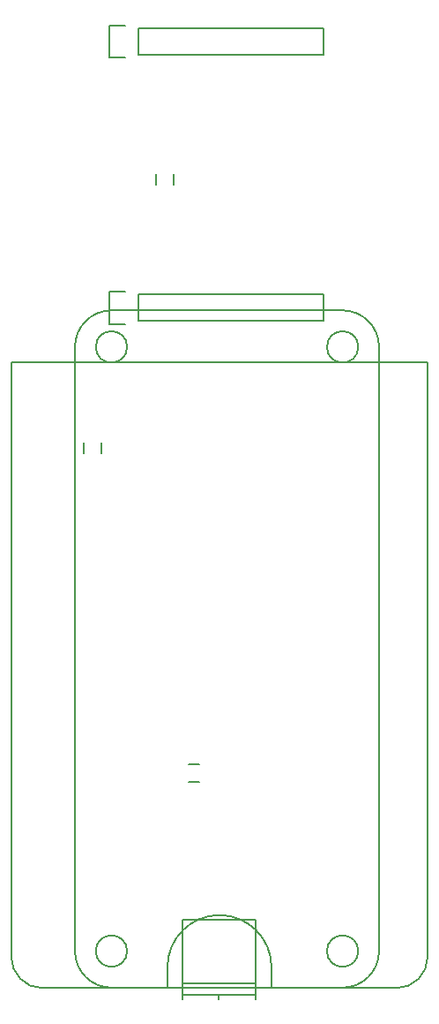
<source format=gto>
%TF.GenerationSoftware,KiCad,Pcbnew,4.0.4-stable*%
%TF.CreationDate,2016-12-08T20:54:20+02:00*%
%TF.ProjectId,front_prototype,66726F6E745F70726F746F747970652E,rev?*%
%TF.FileFunction,Legend,Top*%
%FSLAX46Y46*%
G04 Gerber Fmt 4.6, Leading zero omitted, Abs format (unit mm)*
G04 Created by KiCad (PCBNEW 4.0.4-stable) date 12/08/16 20:54:20*
%MOMM*%
%LPD*%
G01*
G04 APERTURE LIST*
%ADD10C,0.100000*%
%ADD11C,0.150000*%
G04 APERTURE END LIST*
D10*
D11*
X52624000Y-136452000D02*
G75*
G03X52624000Y-136452000I-1500000J0D01*
G01*
X74824000Y-136452000D02*
G75*
G03X74824000Y-136452000I-1500000J0D01*
G01*
X74824000Y-78552000D02*
G75*
G03X74824000Y-78552000I-1500000J0D01*
G01*
X52624000Y-78552000D02*
G75*
G03X52624000Y-78552000I-1500000J0D01*
G01*
X51124000Y-75052000D02*
G75*
G03X47624000Y-78552000I0J-3500000D01*
G01*
X76824000Y-78552000D02*
G75*
G03X73324000Y-75052000I-3500000J0D01*
G01*
X47624000Y-136452000D02*
G75*
G03X51124000Y-139952000I3500000J0D01*
G01*
X73324000Y-139952000D02*
G75*
G03X76824000Y-136452000I0J3500000D01*
G01*
X51124000Y-75052000D02*
X73324000Y-75052000D01*
X76824000Y-78552000D02*
X76824000Y-136452000D01*
X51124000Y-139952000D02*
X73324000Y-139952000D01*
X47624000Y-136452000D02*
X47624000Y-78552000D01*
X53721000Y-73533000D02*
X71501000Y-73533000D01*
X71501000Y-73533000D02*
X71501000Y-76073000D01*
X71501000Y-76073000D02*
X53721000Y-76073000D01*
X50901000Y-73253000D02*
X52451000Y-73253000D01*
X53721000Y-73533000D02*
X53721000Y-76073000D01*
X52451000Y-76353000D02*
X50901000Y-76353000D01*
X50901000Y-76353000D02*
X50901000Y-73253000D01*
X78500000Y-140000000D02*
G75*
G03X81500000Y-137000000I0J3000000D01*
G01*
X41500000Y-137000000D02*
G75*
G03X44500000Y-140000000I3000000J0D01*
G01*
X66500000Y-138000000D02*
G75*
G03X56500000Y-138000000I-5000000J0D01*
G01*
X78500000Y-140000000D02*
X66500000Y-140000000D01*
X66500000Y-140000000D02*
X66500000Y-138000000D01*
X44500000Y-140000000D02*
X56500000Y-140000000D01*
X56500000Y-140000000D02*
X56500000Y-138000000D01*
X41500000Y-80000000D02*
X41500000Y-137000000D01*
X41500000Y-80000000D02*
X81500000Y-80000000D01*
X81500000Y-80000000D02*
X81500000Y-137000000D01*
X59555000Y-118530000D02*
X58555000Y-118530000D01*
X58555000Y-120230000D02*
X59555000Y-120230000D01*
X57111000Y-62984000D02*
X57111000Y-61984000D01*
X55411000Y-61984000D02*
X55411000Y-62984000D01*
X48426000Y-87765000D02*
X48426000Y-88765000D01*
X50126000Y-88765000D02*
X50126000Y-87765000D01*
X61440000Y-140625000D02*
X61440000Y-141025000D01*
X57940000Y-139525000D02*
X64940000Y-139525000D01*
X57940000Y-140625000D02*
X64940000Y-140625000D01*
X57940000Y-133425000D02*
X57940000Y-141025000D01*
X64940000Y-141025000D02*
X64940000Y-133425000D01*
X64940000Y-133425000D02*
X57940000Y-133425000D01*
X53721000Y-48006000D02*
X71501000Y-48006000D01*
X71501000Y-48006000D02*
X71501000Y-50546000D01*
X71501000Y-50546000D02*
X53721000Y-50546000D01*
X50901000Y-47726000D02*
X52451000Y-47726000D01*
X53721000Y-48006000D02*
X53721000Y-50546000D01*
X52451000Y-50826000D02*
X50901000Y-50826000D01*
X50901000Y-50826000D02*
X50901000Y-47726000D01*
M02*

</source>
